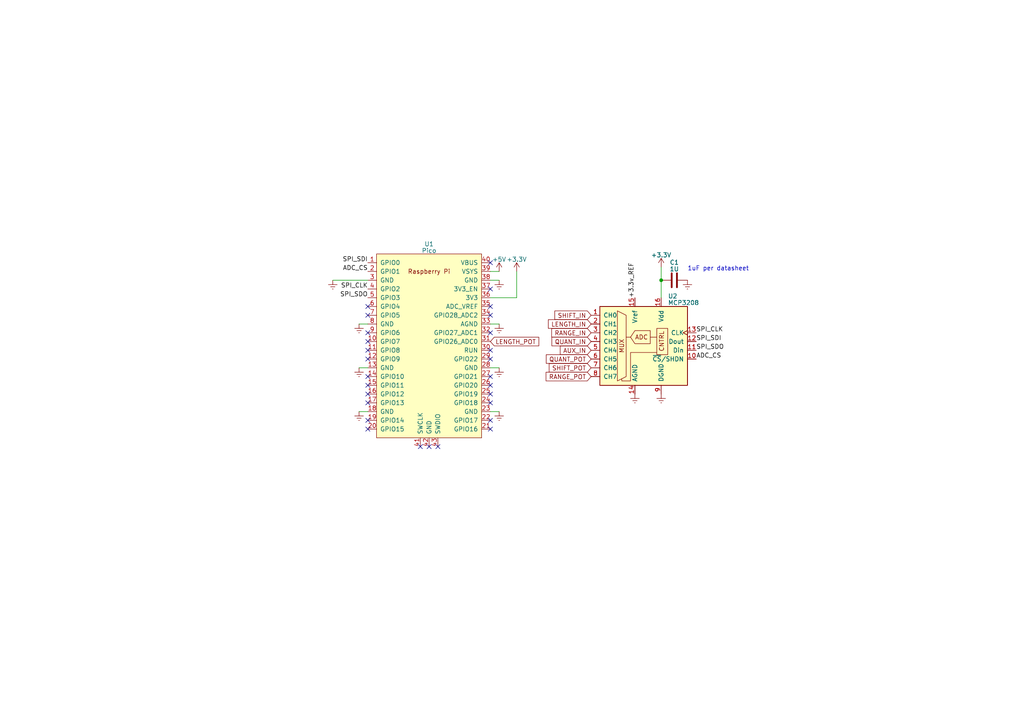
<source format=kicad_sch>
(kicad_sch (version 20230121) (generator eeschema)
  (paper "A4")
  (lib_symbols
    (symbol "Analog_ADC:MCP3208" (pin_names (offset 1.016))
      (property "Reference" "U" (at -5.08 13.335 0))
      (property "Value" "MCP3208" (at -5.08 11.43 0))
      (symbol "MCP3208_0_0"
        (text "ADC" (at -0.635 1.27 0) (effects (font (size 1.27 1.27))))
        (text "CNTRL" (at 5.969 -2.921 900) (effects (font (size 1.27 1.27)) (justify left bottom)))
        (text "MUX" (at -6.35 -1.27 900) (effects (font (size 1.27 1.27))))
      )
      (symbol "MCP3208_0_1"
        (polyline (pts (xy -3.81 1.27) (xy -5.08 1.27)))
        (polyline (pts (xy 1.905 1.27) (xy 3.81 1.27)))
        (polyline (pts (xy -7.62 8.89) (xy -7.62 -11.43) (xy -5.08 -10.16) (xy -5.08 7.62) (xy -7.62 8.89)))
        (polyline (pts (xy 3.81 -3.175) (xy -3.81 -3.175) (xy -3.81 -11.43) (xy -6.35 -11.43) (xy -6.35 -10.795)))
        (polyline (pts (xy 1.905 3.175) (xy 1.905 -0.635) (xy -2.54 -0.635) (xy -3.81 1.27) (xy -2.54 3.175) (xy 1.905 3.175)))
        (rectangle (start 3.81 -3.81) (end 6.985 3.81))
        (rectangle (start 12.7 -12.7) (end -12.7 10.16) (stroke (width 0.254)) (fill (type background)))
      )
      (symbol "MCP3208_1_1"
        (pin input line (at -15.24 7.62 0) (length 2.54) (name "CH0") (number "1"))
        (pin input line (at 15.24 -5.08 180) (length 2.54) (name "~{CS}/SHDN") (number "10"))
        (pin input line (at 15.24 -2.54 180) (length 2.54) (name "Din") (number "11"))
        (pin output line (at 15.24 0 180) (length 2.54) (name "Dout") (number "12"))
        (pin input clock (at 15.24 2.54 180) (length 2.54) (name "CLK") (number "13"))
        (pin power_in line (at -2.54 -15.24 90) (length 2.54) (name "AGND") (number "14"))
        (pin power_in line (at -2.54 12.7 270) (length 2.54) (name "Vref") (number "15"))
        (pin power_in line (at 5.08 12.7 270) (length 2.54) (name "Vdd") (number "16"))
        (pin input line (at -15.24 5.08 0) (length 2.54) (name "CH1") (number "2"))
        (pin input line (at -15.24 2.54 0) (length 2.54) (name "CH2") (number "3"))
        (pin input line (at -15.24 0 0) (length 2.54) (name "CH3") (number "4"))
        (pin input line (at -15.24 -2.54 0) (length 2.54) (name "CH4") (number "5"))
        (pin input line (at -15.24 -5.08 0) (length 2.54) (name "CH5") (number "6"))
        (pin input line (at -15.24 -7.62 0) (length 2.54) (name "CH6") (number "7"))
        (pin input line (at -15.24 -10.16 0) (length 2.54) (name "CH7") (number "8"))
        (pin power_in line (at 5.08 -15.24 90) (length 2.54) (name "DGND") (number "9"))
      )
    )
    (symbol "Device:C" (pin_numbers hide) (pin_names (offset 0.254))
      (property "Reference" "C" (at 0.635 2.54 0))
      (property "Value" "C" (at 0.635 -2.54 0))
      (symbol "C_0_1"
        (polyline (pts (xy -2.032 -0.762) (xy 2.032 -0.762)) (stroke (width 0.508)))
        (polyline (pts (xy -2.032 0.762) (xy 2.032 0.762)) (stroke (width 0.508)))
      )
      (symbol "C_1_1"
        (pin passive line (at 0 3.81 270) (length 2.794) (name "~") (number "1"))
        (pin passive line (at 0 -3.81 90) (length 2.794) (name "~") (number "2"))
      )
    )
    (symbol "Earth_2" (power) (pin_names (offset 0))
      (symbol "Earth_2_0_1"
        (polyline (pts (xy -0.635 -1.905) (xy 0.635 -1.905)))
        (polyline (pts (xy -0.127 -2.54) (xy 0.127 -2.54)))
        (polyline (pts (xy 0 -1.27) (xy 0 0)))
        (polyline (pts (xy 1.27 -1.27) (xy -1.27 -1.27)))
      )
      (symbol "Earth_2_1_1"
        (pin power_in line (at 0 0 270) (length 0) hide (name "Earth") (number "1"))
      )
    )
    (symbol "Earth_3" (power) (pin_names (offset 0))
      (symbol "Earth_3_0_1"
        (polyline (pts (xy -0.635 -1.905) (xy 0.635 -1.905)))
        (polyline (pts (xy -0.127 -2.54) (xy 0.127 -2.54)))
        (polyline (pts (xy 0 -1.27) (xy 0 0)))
        (polyline (pts (xy 1.27 -1.27) (xy -1.27 -1.27)))
      )
      (symbol "Earth_3_1_1"
        (pin power_in line (at 0 0 270) (length 0) hide (name "Earth") (number "1"))
      )
    )
    (symbol "Pi Pico:Pico" (pin_names (offset 1.016))
      (property "Reference" "U" (at -13.97 27.94 0))
      (property "Value" "Pico" (at 0 19.05 0))
      (symbol "Pico_0_0"
        (text "Raspberry Pi" (at 0 21.59 0) (effects (font (size 1.27 1.27))))
      )
      (symbol "Pico_0_1"
        (rectangle (start -15.24 26.67) (end 15.24 -26.67) (fill (type background)))
      )
      (symbol "Pico_1_1"
        (pin bidirectional line (at -17.78 24.13 0) (length 2.54) (name "GPIO0") (number "1"))
        (pin bidirectional line (at -17.78 1.27 0) (length 2.54) (name "GPIO7") (number "10"))
        (pin bidirectional line (at -17.78 -1.27 0) (length 2.54) (name "GPIO8") (number "11"))
        (pin bidirectional line (at -17.78 -3.81 0) (length 2.54) (name "GPIO9") (number "12"))
        (pin power_in line (at -17.78 -6.35 0) (length 2.54) (name "GND") (number "13"))
        (pin bidirectional line (at -17.78 -8.89 0) (length 2.54) (name "GPIO10") (number "14"))
        (pin bidirectional line (at -17.78 -11.43 0) (length 2.54) (name "GPIO11") (number "15"))
        (pin bidirectional line (at -17.78 -13.97 0) (length 2.54) (name "GPIO12") (number "16"))
        (pin bidirectional line (at -17.78 -16.51 0) (length 2.54) (name "GPIO13") (number "17"))
        (pin power_in line (at -17.78 -19.05 0) (length 2.54) (name "GND") (number "18"))
        (pin bidirectional line (at -17.78 -21.59 0) (length 2.54) (name "GPIO14") (number "19"))
        (pin bidirectional line (at -17.78 21.59 0) (length 2.54) (name "GPIO1") (number "2"))
        (pin bidirectional line (at -17.78 -24.13 0) (length 2.54) (name "GPIO15") (number "20"))
        (pin bidirectional line (at 17.78 -24.13 180) (length 2.54) (name "GPIO16") (number "21"))
        (pin bidirectional line (at 17.78 -21.59 180) (length 2.54) (name "GPIO17") (number "22"))
        (pin power_in line (at 17.78 -19.05 180) (length 2.54) (name "GND") (number "23"))
        (pin bidirectional line (at 17.78 -16.51 180) (length 2.54) (name "GPIO18") (number "24"))
        (pin bidirectional line (at 17.78 -13.97 180) (length 2.54) (name "GPIO19") (number "25"))
        (pin bidirectional line (at 17.78 -11.43 180) (length 2.54) (name "GPIO20") (number "26"))
        (pin bidirectional line (at 17.78 -8.89 180) (length 2.54) (name "GPIO21") (number "27"))
        (pin power_in line (at 17.78 -6.35 180) (length 2.54) (name "GND") (number "28"))
        (pin bidirectional line (at 17.78 -3.81 180) (length 2.54) (name "GPIO22") (number "29"))
        (pin power_in line (at -17.78 19.05 0) (length 2.54) (name "GND") (number "3"))
        (pin input line (at 17.78 -1.27 180) (length 2.54) (name "RUN") (number "30"))
        (pin bidirectional line (at 17.78 1.27 180) (length 2.54) (name "GPIO26_ADC0") (number "31"))
        (pin bidirectional line (at 17.78 3.81 180) (length 2.54) (name "GPIO27_ADC1") (number "32"))
        (pin power_in line (at 17.78 6.35 180) (length 2.54) (name "AGND") (number "33"))
        (pin bidirectional line (at 17.78 8.89 180) (length 2.54) (name "GPIO28_ADC2") (number "34"))
        (pin unspecified line (at 17.78 11.43 180) (length 2.54) (name "ADC_VREF") (number "35"))
        (pin unspecified line (at 17.78 13.97 180) (length 2.54) (name "3V3") (number "36"))
        (pin input line (at 17.78 16.51 180) (length 2.54) (name "3V3_EN") (number "37"))
        (pin bidirectional line (at 17.78 19.05 180) (length 2.54) (name "GND") (number "38"))
        (pin unspecified line (at 17.78 21.59 180) (length 2.54) (name "VSYS") (number "39"))
        (pin bidirectional line (at -17.78 16.51 0) (length 2.54) (name "GPIO2") (number "4"))
        (pin unspecified line (at 17.78 24.13 180) (length 2.54) (name "VBUS") (number "40"))
        (pin input line (at -2.54 -29.21 90) (length 2.54) (name "SWCLK") (number "41"))
        (pin power_in line (at 0 -29.21 90) (length 2.54) (name "GND") (number "42"))
        (pin bidirectional line (at 2.54 -29.21 90) (length 2.54) (name "SWDIO") (number "43"))
        (pin bidirectional line (at -17.78 13.97 0) (length 2.54) (name "GPIO3") (number "5"))
        (pin bidirectional line (at -17.78 11.43 0) (length 2.54) (name "GPIO4") (number "6"))
        (pin bidirectional line (at -17.78 8.89 0) (length 2.54) (name "GPIO5") (number "7"))
        (pin power_in line (at -17.78 6.35 0) (length 2.54) (name "GND") (number "8"))
        (pin bidirectional line (at -17.78 3.81 0) (length 2.54) (name "GPIO6") (number "9"))
      )
    )
    (symbol "power:+3.3V" (power) (pin_names (offset 0))
      (property "Value" "+3.3V" (at 0 3.556 0))
      (symbol "+3.3V_0_1"
        (polyline (pts (xy -0.762 1.27) (xy 0 2.54)))
        (polyline (pts (xy 0 0) (xy 0 2.54)))
        (polyline (pts (xy 0 2.54) (xy 0.762 1.27)))
      )
      (symbol "+3.3V_1_1"
        (pin power_in line (at 0 0 90) (length 0) hide (name "+3.3V") (number "1"))
      )
    )
    (symbol "power:+5V" (power) (pin_names (offset 0))
      (property "Value" "+5V" (at 0 3.556 0))
      (symbol "+5V_0_1"
        (polyline (pts (xy -0.762 1.27) (xy 0 2.54)))
        (polyline (pts (xy 0 0) (xy 0 2.54)))
        (polyline (pts (xy 0 2.54) (xy 0.762 1.27)))
      )
      (symbol "+5V_1_1"
        (pin power_in line (at 0 0 90) (length 0) hide (name "+5V") (number "1"))
      )
    )
    (symbol "power:Earth" (power) (pin_names (offset 0))
      (symbol "Earth_0_1"
        (polyline (pts (xy -0.635 -1.905) (xy 0.635 -1.905)))
        (polyline (pts (xy -0.127 -2.54) (xy 0.127 -2.54)))
        (polyline (pts (xy 0 -1.27) (xy 0 0)))
        (polyline (pts (xy 1.27 -1.27) (xy -1.27 -1.27)))
      )
      (symbol "Earth_1_1"
        (pin power_in line (at 0 0 270) (length 0) hide (name "Earth") (number "1"))
      )
    )
  )
  (junction (at 191.77 81.28))
  (no_connect (at 106.68 101.6))
  (no_connect (at 124.46 129.54))
  (no_connect (at 142.24 111.76))
  (no_connect (at 142.24 101.6))
  (no_connect (at 106.68 91.44))
  (no_connect (at 121.92 129.54))
  (no_connect (at 106.68 99.06))
  (no_connect (at 142.24 76.2))
  (no_connect (at 106.68 111.76))
  (no_connect (at 142.24 109.22))
  (no_connect (at 142.24 124.46))
  (no_connect (at 106.68 88.9))
  (no_connect (at 106.68 124.46))
  (no_connect (at 142.24 104.14))
  (no_connect (at 106.68 121.92))
  (no_connect (at 106.68 116.84))
  (no_connect (at 106.68 96.52))
  (no_connect (at 142.24 91.44))
  (no_connect (at 142.24 116.84))
  (no_connect (at 106.68 114.3))
  (no_connect (at 142.24 121.92))
  (no_connect (at 142.24 88.9))
  (no_connect (at 142.24 83.82))
  (no_connect (at 106.68 109.22))
  (no_connect (at 142.24 96.52))
  (no_connect (at 142.24 114.3))
  (no_connect (at 127 129.54))
  (no_connect (at 106.68 104.14))
  (wire (pts (xy 142.24 81.28) (xy 144.78 81.28)))
  (wire (pts (xy 104.14 119.38) (xy 106.68 119.38)))
  (wire (pts (xy 142.24 93.98) (xy 144.78 93.98)))
  (wire (pts (xy 149.86 86.36) (xy 142.24 86.36)))
  (wire (pts (xy 142.24 119.38) (xy 144.78 119.38)))
  (wire (pts (xy 142.24 78.74) (xy 144.78 78.74)))
  (wire (pts (xy 191.77 81.28) (xy 191.77 86.36)))
  (wire (pts (xy 149.86 78.74) (xy 149.86 86.36)))
  (wire (pts (xy 104.14 93.98) (xy 106.68 93.98)))
  (wire (pts (xy 104.14 106.68) (xy 106.68 106.68)))
  (wire (pts (xy 96.52 81.28) (xy 106.68 81.28)))
  (wire (pts (xy 142.24 106.68) (xy 144.78 106.68)))
  (wire (pts (xy 191.77 77.47) (xy 191.77 81.28)))
  (text "1uF per datasheet" (at 199.39 78.74 0) (effects (font (size 1.27 1.27)) (justify left bottom)))
  (label "+3.3v_REF" (at 184.15 86.36 90))
  (label "SPI_CLK" (at 106.68 83.82 180))
  (label "ADC_CS" (at 106.68 78.74 180))
  (label "SPI_SDO" (at 201.93 101.6 0))
  (label "ADC_CS" (at 201.93 104.14 0))
  (label "SPI_CLK" (at 201.93 96.52 0))
  (label "SPI_SDO" (at 106.68 86.36 180))
  (label "SPI_SDI" (at 106.68 76.2 180))
  (label "SPI_SDI" (at 201.93 99.06 0))
  (global_label "RANGE_IN" (shape input) (at 171.45 96.52 180) (property "Intersheetrefs" "${INTERSHEET_REFS}" (effects hide)))
  (global_label "LENGTH_POT" (shape input) (at 142.24 99.06 0) (property "Intersheetrefs" "${INTERSHEET_REFS}" (effects hide)))
  (global_label "LENGTH_IN" (shape input) (at 171.45 93.98 180) (property "Intersheetrefs" "${INTERSHEET_REFS}" (effects hide)))
  (global_label "QUANT_IN" (shape input) (at 171.45 99.06 180) (property "Intersheetrefs" "${INTERSHEET_REFS}" (effects hide)))
  (global_label "QUANT_POT" (shape input) (at 171.45 104.14 180) (property "Intersheetrefs" "${INTERSHEET_REFS}" (effects hide)))
  (global_label "SHIFT_POT" (shape input) (at 171.45 106.68 180) (property "Intersheetrefs" "${INTERSHEET_REFS}" (effects hide)))
  (global_label "RANGE_POT" (shape input) (at 171.45 109.22 180) (property "Intersheetrefs" "${INTERSHEET_REFS}" (effects hide)))
  (global_label "AUX_IN" (shape input) (at 171.45 101.6 180) (property "Intersheetrefs" "${INTERSHEET_REFS}" (effects hide)))
  (global_label "SHIFT_IN" (shape input) (at 171.45 91.44 180) (property "Intersheetrefs" "${INTERSHEET_REFS}" (effects hide)))
  (symbol (lib_id "power:Earth") (at 96.52 81.28 0) (unit 1)
    (property "Reference" "#PWR01" (effects hide))
    (property "Value" "Earth" (effects hide))
  )
  (symbol (lib_id "power:+5V") (at 144.78 78.74 0) (unit 1)
    (property "Reference" "#PWR09" (effects hide))
    (property "Value" "+5V" (at 144.78 75.2381 0))
  )
  (symbol (lib_id "power:Earth") (at 104.14 119.38 0) (unit 1)
    (property "Reference" "#PWR04" (effects hide))
    (property "Value" "Earth" (effects hide))
  )
  (symbol (lib_id "power:+3.3V") (at 191.77 77.47 0) (unit 1)
    (property "Reference" "#PWR012" (effects hide))
    (property "Value" "+3.3V" (at 191.77 73.9681 0))
  )
  (symbol (lib_id "power:Earth") (at 104.14 106.68 0) (unit 1)
    (property "Reference" "#PWR03" (effects hide))
    (property "Value" "Earth" (effects hide))
  )
  (symbol (lib_id "Pi Pico:Pico") (at 124.46 100.33 0) (unit 1)
    (property "Reference" "U1" (at 124.46 70.7771 0))
    (property "Value" "Pico" (at 124.46 72.6981 0))
    (property "Footprint" "RPi_Pico:RPi_Pico_SMD_TH" (effects hide))
  )
  (symbol (lib_id "Analog_ADC:MCP3208") (at 186.69 99.06 0) (unit 1)
    (property "Reference" "U2" (at 193.7259 85.8901 0) (effects (justify left)))
    (property "Value" "MCP3208" (at 193.7259 87.8111 0) (effects (justify left)))
    (property "Footprint" "Package_SO:SOIC-16_3.9x9.9mm_P1.27mm" (effects hide))
    (property "Datasheet" "http://ww1.microchip.com/downloads/en/DeviceDoc/21298c.pdf" (effects hide))
  )
  (symbol (lib_id "power:+3.3V") (at 149.86 78.74 0) (unit 1)
    (property "Reference" "#PWR010" (effects hide))
    (property "Value" "+3.3V" (at 149.86 75.2381 0))
  )
  (symbol (lib_name "Earth_2") (lib_id "power:Earth") (at 191.77 114.3 0) (unit 1)
    (property "Reference" "#PWR013" (effects hide))
    (property "Value" "Earth" (effects hide))
  )
  (symbol (lib_id "Device:C") (at 195.58 81.28 90) (unit 1)
    (property "Reference" "C1" (at 195.58 76.1111 90))
    (property "Value" "1U" (at 195.58 78.0321 90))
    (property "Footprint" "Capacitor_SMD:C_0603_1608Metric" (effects hide))
  )
  (symbol (lib_id "power:Earth") (at 144.78 93.98 0) (unit 1)
    (property "Reference" "#PWR07" (effects hide))
    (property "Value" "Earth" (effects hide))
  )
  (symbol (lib_id "power:Earth") (at 144.78 119.38 0) (unit 1)
    (property "Reference" "#PWR05" (effects hide))
    (property "Value" "Earth" (effects hide))
  )
  (symbol (lib_name "Earth_3") (lib_id "power:Earth") (at 199.39 81.28 0) (unit 1)
    (property "Reference" "#PWR014" (effects hide))
    (property "Value" "Earth" (effects hide))
  )
  (symbol (lib_id "power:Earth") (at 144.78 81.28 0) (unit 1)
    (property "Reference" "#PWR08" (effects hide))
    (property "Value" "Earth" (effects hide))
  )
  (symbol (lib_name "Earth_2") (lib_id "power:Earth") (at 184.15 114.3 0) (unit 1)
    (property "Reference" "#PWR011" (effects hide))
    (property "Value" "Earth" (effects hide))
  )
  (symbol (lib_id "power:Earth") (at 104.14 93.98 0) (unit 1)
    (property "Reference" "#PWR02" (effects hide))
    (property "Value" "Earth" (effects hide))
  )
  (symbol (lib_id "power:Earth") (at 144.78 106.68 0) (unit 1)
    (property "Reference" "#PWR06" (effects hide))
    (property "Value" "Earth" (effects hide))
  )
)
</source>
